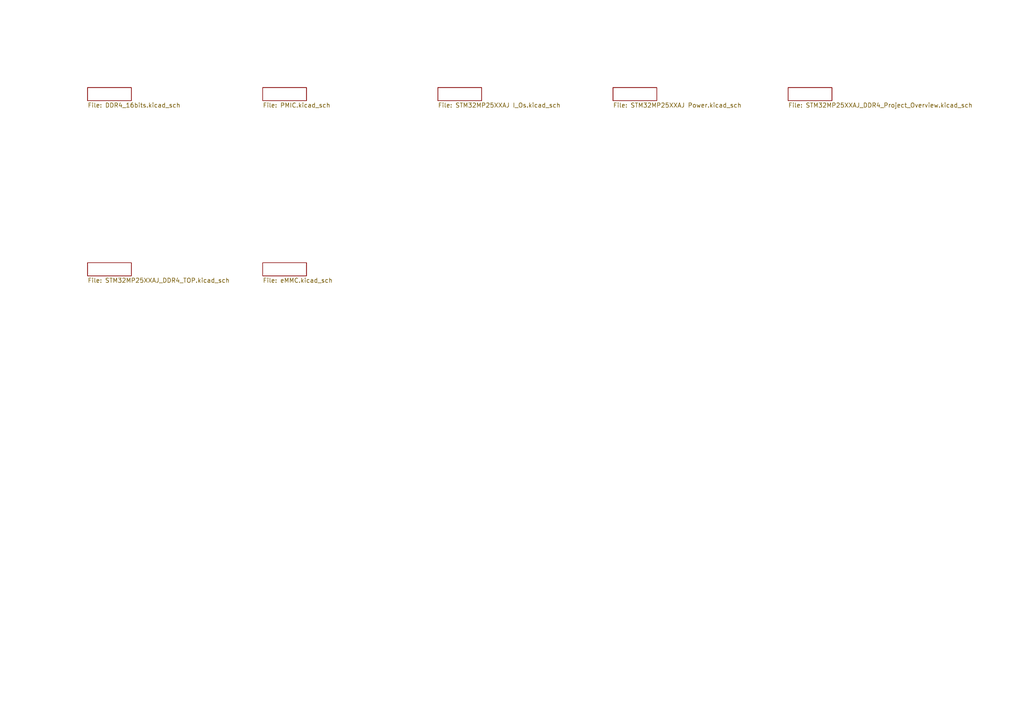
<source format=kicad_sch>
(kicad_sch
	(version 20250114)
	(generator "eeschema")
	(generator_version "9.0")
	(uuid "c338940b-1f72-4732-b8aa-8a6ced8ddd7a")
	(paper "A4")
	(lib_symbols)
	(sheet
		(at 25.4 25.4)
		(size 12.7 3.81)
		(exclude_from_sim no)
		(in_bom yes)
		(on_board yes)
		(dnp no)
		(fields_autoplaced yes)
		(stroke
			(width 0)
			(type solid)
		)
		(fill
			(color 0 0 0 0.0000)
		)
		(uuid "10264a27-6cca-465b-8525-91720e056132")
		(property "Sheetname" ""
			(at 25.4 24.6884 0)
			(effects
				(font
					(size 1.27 1.27)
				)
				(justify left bottom)
			)
		)
		(property "Sheetfile" "DDR4_16bits.kicad_sch"
			(at 25.4 29.7946 0)
			(effects
				(font
					(size 1.27 1.27)
				)
				(justify left top)
			)
		)
		(instances
			(project "STM32MP25XXAJ_DDR4"
				(path "/c338940b-1f72-4732-b8aa-8a6ced8ddd7a"
					(page "2")
				)
			)
		)
	)
	(sheet
		(at 228.6 25.4)
		(size 12.7 3.81)
		(exclude_from_sim no)
		(in_bom yes)
		(on_board yes)
		(dnp no)
		(fields_autoplaced yes)
		(stroke
			(width 0)
			(type solid)
		)
		(fill
			(color 0 0 0 0.0000)
		)
		(uuid "1fb5acce-431d-4849-9647-d3c2ab0bb21e")
		(property "Sheetname" ""
			(at 228.6 24.6884 0)
			(effects
				(font
					(size 1.27 1.27)
				)
				(justify left bottom)
			)
		)
		(property "Sheetfile" "STM32MP25XXAJ_DDR4_Project_Overview.kicad_sch"
			(at 228.6 29.7946 0)
			(effects
				(font
					(size 1.27 1.27)
				)
				(justify left top)
			)
		)
		(instances
			(project "STM32MP25XXAJ_DDR4"
				(path "/c338940b-1f72-4732-b8aa-8a6ced8ddd7a"
					(page "6")
				)
			)
		)
	)
	(sheet
		(at 76.2 76.2)
		(size 12.7 3.81)
		(exclude_from_sim no)
		(in_bom yes)
		(on_board yes)
		(dnp no)
		(fields_autoplaced yes)
		(stroke
			(width 0)
			(type solid)
		)
		(fill
			(color 0 0 0 0.0000)
		)
		(uuid "55cf4d3c-6fa1-453c-a293-9fa2e056ad5a")
		(property "Sheetname" ""
			(at 76.2 75.4884 0)
			(effects
				(font
					(size 1.27 1.27)
				)
				(justify left bottom)
			)
		)
		(property "Sheetfile" "eMMC.kicad_sch"
			(at 76.2 80.5946 0)
			(effects
				(font
					(size 1.27 1.27)
				)
				(justify left top)
			)
		)
		(instances
			(project "STM32MP25XXAJ_DDR4"
				(path "/c338940b-1f72-4732-b8aa-8a6ced8ddd7a"
					(page "8")
				)
			)
		)
	)
	(sheet
		(at 76.2 25.4)
		(size 12.7 3.81)
		(exclude_from_sim no)
		(in_bom yes)
		(on_board yes)
		(dnp no)
		(fields_autoplaced yes)
		(stroke
			(width 0)
			(type solid)
		)
		(fill
			(color 0 0 0 0.0000)
		)
		(uuid "5a4f6fc3-6b25-43c8-a7cc-1c58d460473a")
		(property "Sheetname" ""
			(at 76.2 24.6884 0)
			(effects
				(font
					(size 1.27 1.27)
				)
				(justify left bottom)
			)
		)
		(property "Sheetfile" "PMIC.kicad_sch"
			(at 76.2 29.7946 0)
			(effects
				(font
					(size 1.27 1.27)
				)
				(justify left top)
			)
		)
		(instances
			(project "STM32MP25XXAJ_DDR4"
				(path "/c338940b-1f72-4732-b8aa-8a6ced8ddd7a"
					(page "3")
				)
			)
		)
	)
	(sheet
		(at 177.8 25.4)
		(size 12.7 3.81)
		(exclude_from_sim no)
		(in_bom yes)
		(on_board yes)
		(dnp no)
		(fields_autoplaced yes)
		(stroke
			(width 0)
			(type solid)
		)
		(fill
			(color 0 0 0 0.0000)
		)
		(uuid "5b3788b6-55e5-4e62-bc55-69dfe6f677a2")
		(property "Sheetname" ""
			(at 177.8 24.6884 0)
			(effects
				(font
					(size 1.27 1.27)
				)
				(justify left bottom)
			)
		)
		(property "Sheetfile" "STM32MP25XXAJ Power.kicad_sch"
			(at 177.8 29.7946 0)
			(effects
				(font
					(size 1.27 1.27)
				)
				(justify left top)
			)
		)
		(instances
			(project "STM32MP25XXAJ_DDR4"
				(path "/c338940b-1f72-4732-b8aa-8a6ced8ddd7a"
					(page "5")
				)
			)
		)
	)
	(sheet
		(at 127 25.4)
		(size 12.7 3.81)
		(exclude_from_sim no)
		(in_bom yes)
		(on_board yes)
		(dnp no)
		(fields_autoplaced yes)
		(stroke
			(width 0)
			(type solid)
		)
		(fill
			(color 0 0 0 0.0000)
		)
		(uuid "8643bc00-4c2b-4c46-b9ee-e6c00b24d9a3")
		(property "Sheetname" ""
			(at 127 24.6884 0)
			(effects
				(font
					(size 1.27 1.27)
				)
				(justify left bottom)
			)
		)
		(property "Sheetfile" "STM32MP25XXAJ I_Os.kicad_sch"
			(at 127 29.7946 0)
			(effects
				(font
					(size 1.27 1.27)
				)
				(justify left top)
			)
		)
		(instances
			(project "STM32MP25XXAJ_DDR4"
				(path "/c338940b-1f72-4732-b8aa-8a6ced8ddd7a"
					(page "4")
				)
			)
		)
	)
	(sheet
		(at 25.4 76.2)
		(size 12.7 3.81)
		(exclude_from_sim no)
		(in_bom yes)
		(on_board yes)
		(dnp no)
		(fields_autoplaced yes)
		(stroke
			(width 0)
			(type solid)
		)
		(fill
			(color 0 0 0 0.0000)
		)
		(uuid "afbf20f5-a4f4-4352-9d5d-f4c94931ccd5")
		(property "Sheetname" ""
			(at 25.4 75.4884 0)
			(effects
				(font
					(size 1.27 1.27)
				)
				(justify left bottom)
			)
		)
		(property "Sheetfile" "STM32MP25XXAJ_DDR4_TOP.kicad_sch"
			(at 25.4 80.5946 0)
			(effects
				(font
					(size 1.27 1.27)
				)
				(justify left top)
			)
		)
		(instances
			(project "STM32MP25XXAJ_DDR4"
				(path "/c338940b-1f72-4732-b8aa-8a6ced8ddd7a"
					(page "7")
				)
			)
		)
	)
	(sheet_instances
		(path "/"
			(page "#")
		)
	)
	(embedded_fonts no)
)

</source>
